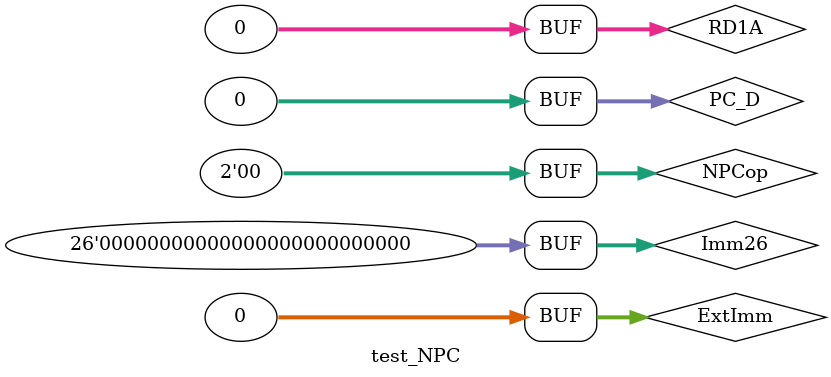
<source format=v>
`timescale 1ns / 1ps


module test_NPC;

	// Inputs
	reg [31:0] PC_D;
	reg [1:0] NPCop;
	reg [31:0] ExtImm;
	reg [25:0] Imm26;
	reg [31:0] RD1A;

	// Outputs
	wire [31:0] PC8;
	wire [31:0] NPC;

	// Instantiate the Unit Under Test (UUT)
	NPC uut (
		.PC_D(PC_D), 
		.NPCop(NPCop), 
		.ExtImm(ExtImm), 
		.Imm26(Imm26), 
		.RD1A(RD1A), 
		.PC8(PC8), 
		.NPC(NPC)
	);

	initial begin
		// Initialize Inputs
		PC_D = 0;
		NPCop = 0;
		ExtImm = 0;
		Imm26 = 0;
		RD1A = 0;

		// Wait 100 ns for global reset to finish
		#100;
        
		// Add stimulus here

	end
      
endmodule


</source>
